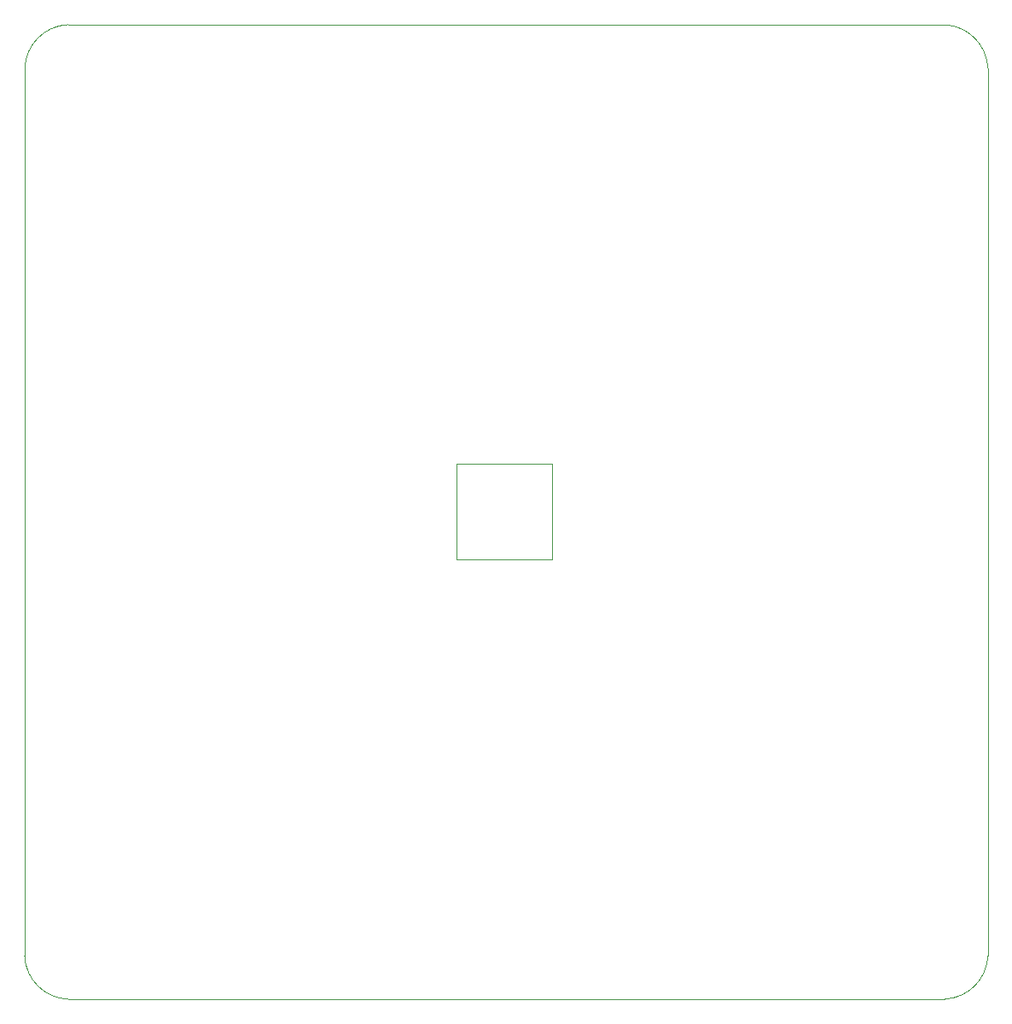
<source format=gbr>
%TF.GenerationSoftware,KiCad,Pcbnew,8.0.1-rc1*%
%TF.CreationDate,2024-03-31T01:12:23-05:00*%
%TF.ProjectId,dome_rgbwauv_pcb,646f6d65-5f72-4676-9277-6175765f7063,rev?*%
%TF.SameCoordinates,Original*%
%TF.FileFunction,Profile,NP*%
%FSLAX46Y46*%
G04 Gerber Fmt 4.6, Leading zero omitted, Abs format (unit mm)*
G04 Created by KiCad (PCBNEW 8.0.1-rc1) date 2024-03-31 01:12:23*
%MOMM*%
%LPD*%
G01*
G04 APERTURE LIST*
%TA.AperFunction,Profile*%
%ADD10C,0.050000*%
%TD*%
%TA.AperFunction,Profile*%
%ADD11C,0.100000*%
%TD*%
G04 APERTURE END LIST*
D10*
X129500000Y-89750000D02*
X139000000Y-89750000D01*
X139000000Y-99250000D01*
X129500000Y-99250000D01*
X129500000Y-89750000D01*
D11*
X90984747Y-142802743D02*
G75*
G02*
X86684744Y-138520745I178253J4479043D01*
G01*
X177966341Y-46219574D02*
G75*
G02*
X182266339Y-50501573I-178341J-4479126D01*
G01*
X182267128Y-138501956D02*
G75*
G02*
X177985134Y-142802037I-4479128J178256D01*
G01*
X86684747Y-138520745D02*
X86706045Y-50498659D01*
X90988044Y-46198659D02*
X177966341Y-46219574D01*
X86706045Y-50498659D02*
G75*
G02*
X90988044Y-46198653I4479085J-178291D01*
G01*
X182266341Y-50501573D02*
X182267129Y-138501956D01*
X177985130Y-142801956D02*
X90984747Y-142802744D01*
M02*

</source>
